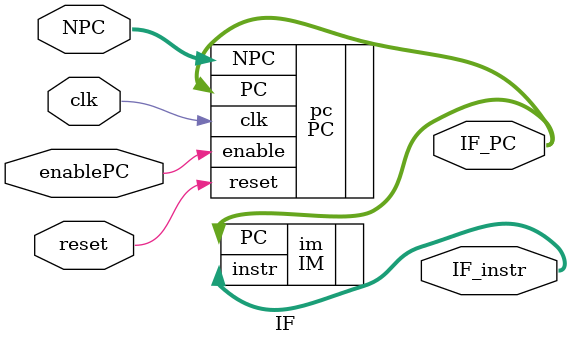
<source format=v>
`timescale 1ns / 1ps
module IF(
    input clk, 
    input reset,    
    input enablePC, // PC 使能信号
    input [31:0] NPC, // PC地址输入
    output [31:0] IF_instr, // 输出指令
    output [31:0] IF_PC // 输出PC地址
    );

    PC pc(
        .clk(clk),
        .reset(reset),
        .enable(enablePC),
        .NPC(NPC),
        .PC(IF_PC)
    );

    IM im(
        .PC(IF_PC),
        .instr(IF_instr)
    );

endmodule

</source>
